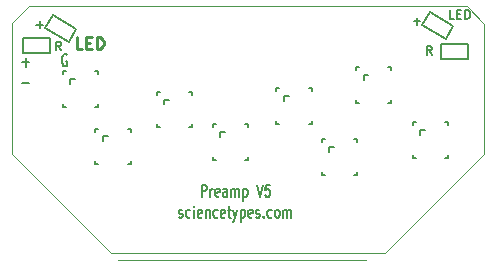
<source format=gto>
G04 (created by PCBNEW-RS274X (2012-apr-16-27)-stable) date Thu 03 Apr 2014 02:01:57 PM EDT*
G01*
G70*
G90*
%MOIN*%
G04 Gerber Fmt 3.4, Leading zero omitted, Abs format*
%FSLAX34Y34*%
G04 APERTURE LIST*
%ADD10C,0.006000*%
%ADD11C,0.000400*%
%ADD12C,0.007400*%
%ADD13C,0.009900*%
%ADD14C,0.005900*%
%ADD15C,0.002000*%
%ADD16C,0.005000*%
%ADD17C,0.007900*%
G04 APERTURE END LIST*
G54D10*
G54D11*
X24646Y-27224D02*
X27953Y-23917D01*
X15512Y-27224D02*
X12205Y-23917D01*
X15512Y-27224D02*
X24646Y-27224D01*
X12766Y-18996D02*
X12205Y-19557D01*
X27392Y-18996D02*
X27953Y-19596D01*
X26939Y-18996D02*
X27392Y-18996D01*
G54D12*
X13018Y-19603D02*
X13243Y-19603D01*
X13131Y-19715D02*
X13131Y-19490D01*
X25597Y-19495D02*
X25822Y-19495D01*
X25710Y-19607D02*
X25710Y-19382D01*
X26204Y-20601D02*
X26105Y-20460D01*
X26035Y-20601D02*
X26035Y-20306D01*
X26148Y-20306D01*
X26176Y-20320D01*
X26190Y-20334D01*
X26204Y-20362D01*
X26204Y-20404D01*
X26190Y-20432D01*
X26176Y-20446D01*
X26148Y-20460D01*
X26035Y-20460D01*
X26947Y-19410D02*
X26806Y-19410D01*
X26806Y-19115D01*
X27045Y-19255D02*
X27144Y-19255D01*
X27186Y-19410D02*
X27045Y-19410D01*
X27045Y-19115D01*
X27186Y-19115D01*
X27312Y-19410D02*
X27312Y-19115D01*
X27382Y-19115D01*
X27425Y-19129D01*
X27453Y-19157D01*
X27467Y-19185D01*
X27481Y-19241D01*
X27481Y-19283D01*
X27467Y-19340D01*
X27453Y-19368D01*
X27425Y-19396D01*
X27382Y-19410D01*
X27312Y-19410D01*
X13842Y-20463D02*
X13743Y-20322D01*
X13673Y-20463D02*
X13673Y-20168D01*
X13786Y-20168D01*
X13814Y-20182D01*
X13828Y-20196D01*
X13842Y-20224D01*
X13842Y-20266D01*
X13828Y-20294D01*
X13814Y-20308D01*
X13786Y-20322D01*
X13673Y-20322D01*
G54D13*
X14550Y-20415D02*
X14363Y-20415D01*
X14363Y-20021D01*
X14682Y-20209D02*
X14813Y-20209D01*
X14869Y-20415D02*
X14682Y-20415D01*
X14682Y-20021D01*
X14869Y-20021D01*
X15038Y-20415D02*
X15038Y-20021D01*
X15132Y-20021D01*
X15188Y-20040D01*
X15225Y-20078D01*
X15244Y-20115D01*
X15263Y-20190D01*
X15263Y-20247D01*
X15244Y-20322D01*
X15225Y-20359D01*
X15188Y-20397D01*
X15132Y-20415D01*
X15038Y-20415D01*
G54D14*
X17770Y-26017D02*
X17798Y-26035D01*
X17854Y-26035D01*
X17883Y-26017D01*
X17897Y-25979D01*
X17897Y-25960D01*
X17883Y-25923D01*
X17854Y-25904D01*
X17812Y-25904D01*
X17784Y-25885D01*
X17770Y-25848D01*
X17770Y-25829D01*
X17784Y-25792D01*
X17812Y-25773D01*
X17854Y-25773D01*
X17883Y-25792D01*
X18150Y-26017D02*
X18122Y-26035D01*
X18065Y-26035D01*
X18037Y-26017D01*
X18023Y-25998D01*
X18009Y-25960D01*
X18009Y-25848D01*
X18023Y-25810D01*
X18037Y-25792D01*
X18065Y-25773D01*
X18122Y-25773D01*
X18150Y-25792D01*
X18276Y-26035D02*
X18276Y-25773D01*
X18276Y-25641D02*
X18262Y-25660D01*
X18276Y-25679D01*
X18290Y-25660D01*
X18276Y-25641D01*
X18276Y-25679D01*
X18529Y-26017D02*
X18501Y-26035D01*
X18444Y-26035D01*
X18416Y-26017D01*
X18402Y-25979D01*
X18402Y-25829D01*
X18416Y-25792D01*
X18444Y-25773D01*
X18501Y-25773D01*
X18529Y-25792D01*
X18543Y-25829D01*
X18543Y-25867D01*
X18402Y-25904D01*
X18669Y-25773D02*
X18669Y-26035D01*
X18669Y-25810D02*
X18683Y-25792D01*
X18711Y-25773D01*
X18754Y-25773D01*
X18782Y-25792D01*
X18796Y-25829D01*
X18796Y-26035D01*
X19063Y-26017D02*
X19035Y-26035D01*
X18978Y-26035D01*
X18950Y-26017D01*
X18936Y-25998D01*
X18922Y-25960D01*
X18922Y-25848D01*
X18936Y-25810D01*
X18950Y-25792D01*
X18978Y-25773D01*
X19035Y-25773D01*
X19063Y-25792D01*
X19302Y-26017D02*
X19274Y-26035D01*
X19217Y-26035D01*
X19189Y-26017D01*
X19175Y-25979D01*
X19175Y-25829D01*
X19189Y-25792D01*
X19217Y-25773D01*
X19274Y-25773D01*
X19302Y-25792D01*
X19316Y-25829D01*
X19316Y-25867D01*
X19175Y-25904D01*
X19400Y-25773D02*
X19512Y-25773D01*
X19442Y-25641D02*
X19442Y-25979D01*
X19456Y-26017D01*
X19484Y-26035D01*
X19512Y-26035D01*
X19583Y-25773D02*
X19653Y-26035D01*
X19724Y-25773D02*
X19653Y-26035D01*
X19625Y-26129D01*
X19611Y-26148D01*
X19583Y-26167D01*
X19836Y-25773D02*
X19836Y-26167D01*
X19836Y-25792D02*
X19864Y-25773D01*
X19921Y-25773D01*
X19949Y-25792D01*
X19963Y-25810D01*
X19977Y-25848D01*
X19977Y-25960D01*
X19963Y-25998D01*
X19949Y-26017D01*
X19921Y-26035D01*
X19864Y-26035D01*
X19836Y-26017D01*
X20216Y-26017D02*
X20188Y-26035D01*
X20131Y-26035D01*
X20103Y-26017D01*
X20089Y-25979D01*
X20089Y-25829D01*
X20103Y-25792D01*
X20131Y-25773D01*
X20188Y-25773D01*
X20216Y-25792D01*
X20230Y-25829D01*
X20230Y-25867D01*
X20089Y-25904D01*
X20342Y-26017D02*
X20370Y-26035D01*
X20426Y-26035D01*
X20455Y-26017D01*
X20469Y-25979D01*
X20469Y-25960D01*
X20455Y-25923D01*
X20426Y-25904D01*
X20384Y-25904D01*
X20356Y-25885D01*
X20342Y-25848D01*
X20342Y-25829D01*
X20356Y-25792D01*
X20384Y-25773D01*
X20426Y-25773D01*
X20455Y-25792D01*
X20595Y-25998D02*
X20609Y-26017D01*
X20595Y-26035D01*
X20581Y-26017D01*
X20595Y-25998D01*
X20595Y-26035D01*
X20862Y-26017D02*
X20834Y-26035D01*
X20777Y-26035D01*
X20749Y-26017D01*
X20735Y-25998D01*
X20721Y-25960D01*
X20721Y-25848D01*
X20735Y-25810D01*
X20749Y-25792D01*
X20777Y-25773D01*
X20834Y-25773D01*
X20862Y-25792D01*
X21030Y-26035D02*
X21002Y-26017D01*
X20988Y-25998D01*
X20974Y-25960D01*
X20974Y-25848D01*
X20988Y-25810D01*
X21002Y-25792D01*
X21030Y-25773D01*
X21073Y-25773D01*
X21101Y-25792D01*
X21115Y-25810D01*
X21129Y-25848D01*
X21129Y-25960D01*
X21115Y-25998D01*
X21101Y-26017D01*
X21073Y-26035D01*
X21030Y-26035D01*
X21255Y-26035D02*
X21255Y-25773D01*
X21255Y-25810D02*
X21269Y-25792D01*
X21297Y-25773D01*
X21340Y-25773D01*
X21368Y-25792D01*
X21382Y-25829D01*
X21382Y-26035D01*
X21382Y-25829D02*
X21396Y-25792D01*
X21424Y-25773D01*
X21466Y-25773D01*
X21494Y-25792D01*
X21508Y-25829D01*
X21508Y-26035D01*
X18527Y-25336D02*
X18527Y-24942D01*
X18640Y-24942D01*
X18668Y-24961D01*
X18682Y-24980D01*
X18696Y-25018D01*
X18696Y-25074D01*
X18682Y-25111D01*
X18668Y-25130D01*
X18640Y-25149D01*
X18527Y-25149D01*
X18822Y-25336D02*
X18822Y-25074D01*
X18822Y-25149D02*
X18836Y-25111D01*
X18850Y-25093D01*
X18878Y-25074D01*
X18907Y-25074D01*
X19118Y-25318D02*
X19090Y-25336D01*
X19033Y-25336D01*
X19005Y-25318D01*
X18991Y-25280D01*
X18991Y-25130D01*
X19005Y-25093D01*
X19033Y-25074D01*
X19090Y-25074D01*
X19118Y-25093D01*
X19132Y-25130D01*
X19132Y-25168D01*
X18991Y-25205D01*
X19385Y-25336D02*
X19385Y-25130D01*
X19371Y-25093D01*
X19343Y-25074D01*
X19286Y-25074D01*
X19258Y-25093D01*
X19385Y-25318D02*
X19357Y-25336D01*
X19286Y-25336D01*
X19258Y-25318D01*
X19244Y-25280D01*
X19244Y-25243D01*
X19258Y-25205D01*
X19286Y-25186D01*
X19357Y-25186D01*
X19385Y-25168D01*
X19525Y-25336D02*
X19525Y-25074D01*
X19525Y-25111D02*
X19539Y-25093D01*
X19567Y-25074D01*
X19610Y-25074D01*
X19638Y-25093D01*
X19652Y-25130D01*
X19652Y-25336D01*
X19652Y-25130D02*
X19666Y-25093D01*
X19694Y-25074D01*
X19736Y-25074D01*
X19764Y-25093D01*
X19778Y-25130D01*
X19778Y-25336D01*
X19918Y-25074D02*
X19918Y-25468D01*
X19918Y-25093D02*
X19946Y-25074D01*
X20003Y-25074D01*
X20031Y-25093D01*
X20045Y-25111D01*
X20059Y-25149D01*
X20059Y-25261D01*
X20045Y-25299D01*
X20031Y-25318D01*
X20003Y-25336D01*
X19946Y-25336D01*
X19918Y-25318D01*
X20368Y-24942D02*
X20466Y-25336D01*
X20565Y-24942D01*
X20804Y-24942D02*
X20663Y-24942D01*
X20649Y-25130D01*
X20663Y-25111D01*
X20691Y-25093D01*
X20762Y-25093D01*
X20790Y-25111D01*
X20804Y-25130D01*
X20818Y-25168D01*
X20818Y-25261D01*
X20804Y-25299D01*
X20790Y-25318D01*
X20762Y-25336D01*
X20691Y-25336D01*
X20663Y-25318D01*
X20649Y-25299D01*
X14035Y-20611D02*
X14007Y-20592D01*
X13965Y-20592D01*
X13922Y-20611D01*
X13894Y-20649D01*
X13880Y-20686D01*
X13866Y-20761D01*
X13866Y-20818D01*
X13880Y-20893D01*
X13894Y-20930D01*
X13922Y-20968D01*
X13965Y-20986D01*
X13993Y-20986D01*
X14035Y-20968D01*
X14049Y-20949D01*
X14049Y-20818D01*
X13993Y-20818D01*
X12545Y-21564D02*
X12770Y-21564D01*
G54D12*
X12555Y-20865D02*
X12780Y-20865D01*
X12668Y-21015D02*
X12668Y-20715D01*
G54D11*
X27953Y-19596D02*
X27953Y-23917D01*
X16663Y-18996D02*
X26938Y-18996D01*
X12205Y-19557D02*
X12205Y-23917D01*
X16664Y-18996D02*
X12766Y-18996D01*
X15748Y-27461D02*
X24016Y-27461D01*
G54D15*
X15748Y-27461D02*
X24016Y-27461D01*
G54D16*
X13564Y-19292D02*
X14344Y-19742D01*
X14344Y-19742D02*
X14094Y-20176D01*
X14094Y-20176D02*
X13314Y-19726D01*
X13314Y-19726D02*
X13564Y-19292D01*
X26142Y-19184D02*
X26922Y-19634D01*
X26922Y-19634D02*
X26672Y-20068D01*
X26672Y-20068D02*
X25892Y-19618D01*
X25892Y-19618D02*
X26142Y-19184D01*
X13472Y-20555D02*
X12572Y-20555D01*
X12572Y-20555D02*
X12572Y-20055D01*
X12572Y-20055D02*
X13472Y-20055D01*
X13472Y-20055D02*
X13472Y-20555D01*
X26519Y-20252D02*
X27419Y-20252D01*
X27419Y-20252D02*
X27419Y-20752D01*
X27419Y-20752D02*
X26519Y-20752D01*
X26519Y-20752D02*
X26519Y-20252D01*
G54D17*
X26743Y-24036D02*
X26644Y-24036D01*
X26743Y-24036D02*
X26743Y-23937D01*
X25561Y-24036D02*
X25660Y-24036D01*
X25561Y-24036D02*
X25561Y-23937D01*
X26743Y-22854D02*
X26743Y-22953D01*
X26743Y-22854D02*
X26644Y-22854D01*
X25561Y-22953D02*
X25561Y-22854D01*
X25561Y-22854D02*
X25660Y-22854D01*
X25817Y-23267D02*
X25817Y-23110D01*
X25817Y-23110D02*
X25974Y-23110D01*
X24853Y-22205D02*
X24754Y-22205D01*
X24853Y-22205D02*
X24853Y-22106D01*
X23671Y-22205D02*
X23770Y-22205D01*
X23671Y-22205D02*
X23671Y-22106D01*
X24853Y-21023D02*
X24853Y-21122D01*
X24853Y-21023D02*
X24754Y-21023D01*
X23671Y-21122D02*
X23671Y-21023D01*
X23671Y-21023D02*
X23770Y-21023D01*
X23927Y-21436D02*
X23927Y-21279D01*
X23927Y-21279D02*
X24084Y-21279D01*
X23711Y-24607D02*
X23612Y-24607D01*
X23711Y-24607D02*
X23711Y-24508D01*
X22529Y-24607D02*
X22628Y-24607D01*
X22529Y-24607D02*
X22529Y-24508D01*
X23711Y-23425D02*
X23711Y-23524D01*
X23711Y-23425D02*
X23612Y-23425D01*
X22529Y-23524D02*
X22529Y-23425D01*
X22529Y-23425D02*
X22628Y-23425D01*
X22785Y-23838D02*
X22785Y-23681D01*
X22785Y-23681D02*
X22942Y-23681D01*
X22205Y-22914D02*
X22106Y-22914D01*
X22205Y-22914D02*
X22205Y-22815D01*
X21023Y-22914D02*
X21122Y-22914D01*
X21023Y-22914D02*
X21023Y-22815D01*
X22205Y-21732D02*
X22205Y-21831D01*
X22205Y-21732D02*
X22106Y-21732D01*
X21023Y-21831D02*
X21023Y-21732D01*
X21023Y-21732D02*
X21122Y-21732D01*
X21279Y-22145D02*
X21279Y-21988D01*
X21279Y-21988D02*
X21436Y-21988D01*
X20079Y-24115D02*
X19980Y-24115D01*
X20079Y-24115D02*
X20079Y-24016D01*
X18897Y-24115D02*
X18996Y-24115D01*
X18897Y-24115D02*
X18897Y-24016D01*
X20079Y-22933D02*
X20079Y-23032D01*
X20079Y-22933D02*
X19980Y-22933D01*
X18897Y-23032D02*
X18897Y-22933D01*
X18897Y-22933D02*
X18996Y-22933D01*
X19153Y-23346D02*
X19153Y-23189D01*
X19153Y-23189D02*
X19310Y-23189D01*
X18209Y-23032D02*
X18110Y-23032D01*
X18209Y-23032D02*
X18209Y-22933D01*
X17027Y-23032D02*
X17126Y-23032D01*
X17027Y-23032D02*
X17027Y-22933D01*
X18209Y-21850D02*
X18209Y-21949D01*
X18209Y-21850D02*
X18110Y-21850D01*
X17027Y-21949D02*
X17027Y-21850D01*
X17027Y-21850D02*
X17126Y-21850D01*
X17283Y-22263D02*
X17283Y-22106D01*
X17283Y-22106D02*
X17440Y-22106D01*
X16162Y-24252D02*
X16063Y-24252D01*
X16162Y-24252D02*
X16162Y-24153D01*
X14980Y-24252D02*
X15079Y-24252D01*
X14980Y-24252D02*
X14980Y-24153D01*
X16162Y-23070D02*
X16162Y-23169D01*
X16162Y-23070D02*
X16063Y-23070D01*
X14980Y-23169D02*
X14980Y-23070D01*
X14980Y-23070D02*
X15079Y-23070D01*
X15236Y-23483D02*
X15236Y-23326D01*
X15236Y-23326D02*
X15393Y-23326D01*
X15079Y-22343D02*
X14980Y-22343D01*
X15079Y-22343D02*
X15079Y-22244D01*
X13897Y-22343D02*
X13996Y-22343D01*
X13897Y-22343D02*
X13897Y-22244D01*
X15079Y-21161D02*
X15079Y-21260D01*
X15079Y-21161D02*
X14980Y-21161D01*
X13897Y-21260D02*
X13897Y-21161D01*
X13897Y-21161D02*
X13996Y-21161D01*
X14153Y-21574D02*
X14153Y-21417D01*
X14153Y-21417D02*
X14310Y-21417D01*
M02*

</source>
